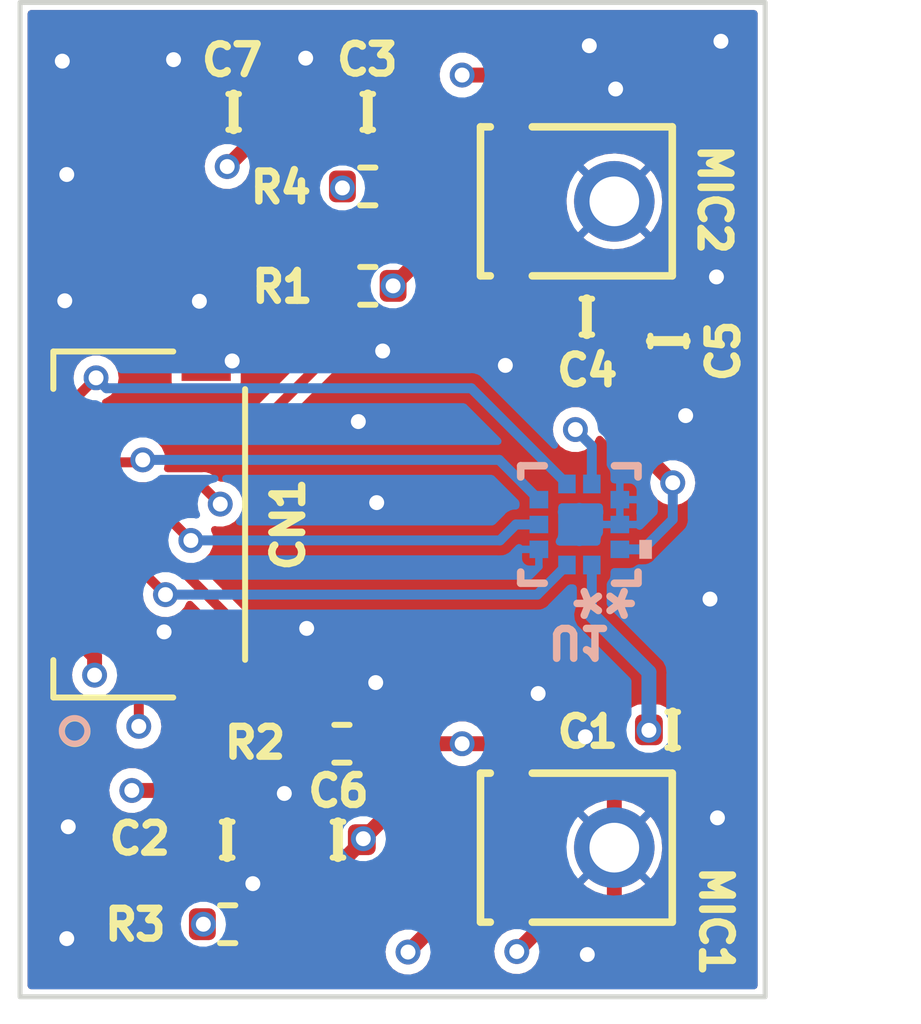
<source format=kicad_pcb>
(kicad_pcb (version 20211014) (generator pcbnew)
  (layers (0 "F.Cu" signal) (1 "In1.Cu" power) (2 "In2.Cu" power) (31 "B.Cu" signal) (34 "B.Paste" user) (35 "F.Paste" user) (36 "B.SilkS" user "B.Silkscreen") (37 "F.SilkS" user "F.Silkscreen") (38 "B.Mask" user) (39 "F.Mask" user) (44 "Edge.Cuts" user))
  (net 0 "")
  (net 1 "U_GND")
  (net 2 "VDD")
  (net 3 "/LPS_SCLK")
  (net 4 "/I2S_WS")
  (net 5 "/LPS_MISO")
  (net 6 "/I2S_SD")
  (net 7 "/LPS_MOSI")
  (net 8 "/I2S_CK")
  (net 9 "/LPS_CS")
  (net 10 "/LPS_INT")
  (net 11 "/MIC2_WS")
  (net 12 "/MIC2_CK")
  (net 13 "Net-(MIC1-Pad6)")
  (net 14 "Net-(MIC2-Pad6)")
  (footprint "User_library:503480-1000" (layer "F.Cu") (at 125.1 80.5 90)
    (fp_text reference "CN1" (at 0 2.8 90) (layer "F.SilkS") (effects (font (size 0.6 0.6))))
    (fp_text value "503480-1000")
    (fp_circle (center -4.15 -1.5034) (end -3.8922 -1.5) (layer "B.SilkS") (width 0.12) (fill none))
    (fp_line (start -3.4798 -1.9304) (end -3.4798 0.483615) (layer "F.SilkS") (width 0.12))
    (fp_line (start 3.4798 -1.9304) (end 2.72739 -1.9304) (layer "F.SilkS") (width 0.12))
    (fp_line (start -2.721821 1.9304) (end 2.721821 1.9304) (layer "F.SilkS") (width 0.12))
    (fp_line (start 3.4798 0.483615) (end 3.4798 -1.9304) (layer "F.SilkS") (width 0.12))
    (fp_line (start -2.72739 -1.9304) (end -3.4798 -1.9304) (layer "F.SilkS") (width 0.12))
    (fp_circle (center -4.1578 -1.5) (end -3.9 -1.5) (layer "F.SilkS") (width 0.12) (fill none))
    (pad "1" smd rect locked (at -2.250001 -1.5034 90) (size 0.3048 0.7112) (layers "F.Cu" "F.Paste" "F.Mask") (net 2 "VDD"))
    (pad "2" smd rect locked (at -1.749999 -1.5034 90) (size 0.3048 0.7112) (layers "F.Cu" "F.Paste" "F.Mask") (net 10 "/LPS_INT"))
    (pad "3" smd rect locked (at -1.25 -1.5034 90) (size 0.3048 0.7112) (layers "F.Cu" "F.Paste" "F.Mask") (net 1 "U_GND"))
    (pad "4" smd rect locked (at -0.750001 -1.5034 90) (size 0.3048 0.7112) (layers "F.Cu" "F.Paste" "F.Mask") (net 3 "/LPS_SCLK"))
    (pad "5" smd rect locked (at -0.25 -1.5034 90) (size 0.3048 0.7112) (layers "F.Cu" "F.Paste" "F.Mask") (net 8 "/I2S_CK"))
    (pad "6" smd rect locked (at 0.25 -1.5034 90) (size 0.3048 0.7112) (layers "F.Cu" "F.Paste" "F.Mask") (net 7 "/LPS_MOSI"))
    (pad "7" smd rect locked (at 0.750001 -1.5034 90) (size 0.3048 0.7112) (layers "F.Cu" "F.Paste" "F.Mask") (net 6 "/I2S_SD"))
    (pad "8" smd rect locked (at 1.25 -1.5034 90) (size 0.3048 0.7112) (layers "F.Cu" "F.Paste" "F.Mask") (net 5 "/LPS_MISO"))
    (pad "9" smd rect locked (at 1.749999 -1.5034 90) (size 0.3048 0.7112) (layers "F.Cu" "F.Paste" "F.Mask") (net 4 "/I2S_WS"))
    (pad "10" smd rect locked (at 2.250001 -1.5034 90) (size 0.3048 0.7112) (layers "F.Cu" "F.Paste" "F.Mask") (net 9 "/LPS_CS"))
    (pad "11" smd rect locked (at -3.040002 1.1466 90) (size 0.3048 0.9906) (layers "F.Cu" "F.Paste" "F.Mask"))
    (pad "12" smd rect locked (at 3.040002 1.1466 90) (size 0.3048 0.9906) (layers "F.Cu" "F.Paste" "F.Mask"))
  )
  (footprint "Resistor_SMD:R_0402_1005Metric" (layer "F.Cu") (at 126.68 88.54)
    (fp_text reference "R3" (at -1.86 0.01) (layer "F.SilkS") (effects (font (size 0.6 0.6))))
    (fp_text value "51")
    (fp_line (start -0.153641 -0.38) (end 0.153641 -0.38) (layer "F.SilkS") (width 0.12))
    (fp_line (start -0.153641 0.38) (end 0.153641 0.38) (layer "F.SilkS") (width 0.12))
    (pad "1" smd roundrect (at -0.51 0) (size 0.54 0.64) (layers "F.Cu" "F.Paste" "F.Mask") (net 6 "/I2S_SD"))
    (pad "2" smd roundrect (at 0.51 0) (size 0.54 0.64) (layers "F.Cu" "F.Paste" "F.Mask") (net 13 "Net-(MIC1-Pad6)"))
  )
  (footprint "User_library:UL_C_0402_1005Metric" (layer "F.Cu") (at 133.91 76.32 180)
    (fp_text reference "C4" (at -0.01 -1.08) (layer "F.SilkS") (effects (font (size 0.6 0.6))))
    (fp_text value "10u")
    (fp_line (start -0.107836 -0.36) (end 0.107836 -0.36) (layer "F.SilkS") (width 0.12))
    (fp_line (start 0 -0.35) (end 0 0.35) (layer "F.SilkS") (width 0.2))
    (fp_line (start -0.107836 0.36) (end 0.107836 0.36) (layer "F.SilkS") (width 0.12))
    (pad "1" smd roundrect locked (at -0.48 0 180) (size 0.56 0.62) (layers "F.Cu" "F.Paste" "F.Mask") (net 2 "VDD"))
    (pad "2" smd roundrect locked (at 0.48 0 180) (size 0.56 0.62) (layers "F.Cu" "F.Paste" "F.Mask") (net 1 "U_GND"))
  )
  (footprint "Resistor_SMD:R_0402_1005Metric" (layer "F.Cu") (at 129.5 75.7 180)
    (fp_text reference "R1" (at 1.72 -0.02) (layer "F.SilkS") (effects (font (size 0.6 0.6))))
    (fp_text value "51")
    (fp_line (start -0.153641 -0.38) (end 0.153641 -0.38) (layer "F.SilkS") (width 0.12))
    (fp_line (start -0.153641 0.38) (end 0.153641 0.38) (layer "F.SilkS") (width 0.12))
    (pad "1" smd roundrect (at -0.51 0 180) (size 0.54 0.64) (layers "F.Cu" "F.Paste" "F.Mask") (net 11 "/MIC2_WS"))
    (pad "2" smd roundrect (at 0.51 0 180) (size 0.54 0.64) (layers "F.Cu" "F.Paste" "F.Mask") (net 4 "/I2S_WS"))
  )
  (footprint "User_library:SPH0645LM4H-B_KNO" (layer "F.Cu") (at 133.7 74 180)
    (fp_text reference "MIC2" (at -2.78 0.04 270 unlocked) (layer "F.SilkS") (effects (font (size 0.6 0.6))))
    (fp_text value "SPH0645LM4H-B")
    (fp_line (start 1.9304 -1.4986) (end 1.733407 -1.4986) (layer "F.SilkS") (width 0.1524))
    (fp_line (start -1.9304 1.4986) (end 0.887613 1.4986) (layer "F.SilkS") (width 0.1524))
    (fp_line (start 1.9304 1.4986) (end 1.9304 -1.4986) (layer "F.SilkS") (width 0.1524))
    (fp_line (start 1.733407 1.4986) (end 1.9304 1.4986) (layer "F.SilkS") (width 0.1524))
    (fp_line (start 0.887613 -1.4986) (end -1.9304 -1.4986) (layer "F.SilkS") (width 0.1524))
    (fp_line (start -1.9304 -1.4986) (end -1.9304 1.4986) (layer "F.SilkS") (width 0.1524))
    (pad "1" smd rect (at 1.31051 -0.9 180) (size 0.5334 0.6096) (layers "F.Cu" "F.Paste" "F.Mask") (net 11 "/MIC2_WS"))
    (pad "2" smd rect (at 0.4886 -0.889 180) (size 0.5334 0.6096) (layers "F.Cu" "F.Paste" "F.Mask") (net 1 "U_GND"))
    (pad "3" thru_hole circle (at -0.7635 0 180) (size 1.62 1.62) (drill 1) (layers *.Cu *.Mask) (net 1 "U_GND"))
    (pad "4" smd rect (at 0.4886 0.889 180) (size 0.5334 0.6096) (layers "F.Cu" "F.Paste" "F.Mask") (net 12 "/MIC2_CK"))
    (pad "5" smd rect (at 1.31051 0.9 180) (size 0.5334 0.6096) (layers "F.Cu" "F.Paste" "F.Mask") (net 2 "VDD"))
    (pad "6" smd rect (at 1.31051 0 180) (size 0.5334 0.6096) (layers "F.Cu" "F.Paste" "F.Mask") (net 14 "Net-(MIC2-Pad6)"))
  )
  (footprint "Resistor_SMD:R_0402_1005Metric" (layer "F.Cu") (at 128.98 84.91 180)
    (fp_text reference "R2" (at 1.75 0.02) (layer "F.SilkS") (effects (font (size 0.6 0.6))))
    (fp_text value "51")
    (fp_line (start -0.153641 -0.38) (end 0.153641 -0.38) (layer "F.SilkS") (width 0.12))
    (fp_line (start -0.153641 0.38) (end 0.153641 0.38) (layer "F.SilkS") (width 0.12))
    (pad "1" smd roundrect (at -0.51 0 180) (size 0.54 0.64) (layers "F.Cu" "F.Paste" "F.Mask") (net 12 "/MIC2_CK"))
    (pad "2" smd roundrect (at 0.51 0 180) (size 0.54 0.64) (layers "F.Cu" "F.Paste" "F.Mask") (net 8 "/I2S_CK"))
  )
  (footprint "User_library:UL_C_0402_1005Metric" (layer "F.Cu") (at 135.64 84.63 180)
    (fp_text reference "C1" (at 1.71 -0.04) (layer "F.SilkS") (effects (font (size 0.6 0.6))))
    (fp_text value "100n")
    (fp_line (start 0 -0.35) (end 0 0.35) (layer "F.SilkS") (width 0.2))
    (fp_line (start -0.107836 -0.36) (end 0.107836 -0.36) (layer "F.SilkS") (width 0.12))
    (fp_line (start -0.107836 0.36) (end 0.107836 0.36) (layer "F.SilkS") (width 0.12))
    (pad "1" smd roundrect locked (at -0.48 0 180) (size 0.56 0.62) (layers "F.Cu" "F.Paste" "F.Mask") (net 1 "U_GND"))
    (pad "2" smd roundrect locked (at 0.48 0 180) (size 0.56 0.62) (layers "F.Cu" "F.Paste" "F.Mask") (net 2 "VDD"))
  )
  (footprint "User_library:UL_C_0402_1005Metric" (layer "F.Cu") (at 135.55 76.81 -90)
    (fp_text reference "C5" (at 0.2 -1.11 90) (layer "F.SilkS") (effects (font (size 0.6 0.6))))
    (fp_text value "100n")
    (fp_line (start -0.107836 0.36) (end 0.107836 0.36) (layer "F.SilkS") (width 0.12))
    (fp_line (start -0.107836 -0.36) (end 0.107836 -0.36) (layer "F.SilkS") (width 0.12))
    (fp_line (start 0 -0.35) (end 0 0.35) (layer "F.SilkS") (width 0.2))
    (pad "1" smd roundrect locked (at -0.48 0 270) (size 0.56 0.62) (layers "F.Cu" "F.Paste" "F.Mask") (net 2 "VDD"))
    (pad "2" smd roundrect locked (at 0.48 0 270) (size 0.56 0.62) (layers "F.Cu" "F.Paste" "F.Mask") (net 1 "U_GND"))
  )
  (footprint "User_library:SPH0645LM4H-B_KNO" (layer "F.Cu") (at 133.7 87 180)
    (fp_text reference "MIC1" (at -2.81 -1.48 270 unlocked) (layer "F.SilkS") (effects (font (size 0.6 0.6))))
    (fp_text value "SPH0645LM4H-B")
    (fp_line (start 1.733407 1.4986) (end 1.9304 1.4986) (layer "F.SilkS") (width 0.1524))
    (fp_line (start 1.9304 1.4986) (end 1.9304 -1.4986) (layer "F.SilkS") (width 0.1524))
    (fp_line (start 0.887613 -1.4986) (end -1.9304 -1.4986) (layer "F.SilkS") (width 0.1524))
    (fp_line (start 1.9304 -1.4986) (end 1.733407 -1.4986) (layer "F.SilkS") (width 0.1524))
    (fp_line (start -1.9304 -1.4986) (end -1.9304 1.4986) (layer "F.SilkS") (width 0.1524))
    (fp_line (start -1.9304 1.4986) (end 0.887613 1.4986) (layer "F.SilkS") (width 0.1524))
    (pad "1" smd rect (at 1.31051 -0.9 180) (size 0.5334 0.6096) (layers "F.Cu" "F.Paste" "F.Mask") (net 11 "/MIC2_WS"))
    (pad "2" smd rect (at 0.4886 -0.889 180) (size 0.5334 0.6096) (layers "F.Cu" "F.Paste" "F.Mask") (net 2 "VDD"))
    (pad "3" thru_hole circle (at -0.7635 0 180) (size 1.62 1.62) (drill 1) (layers *.Cu *.Mask) (net 1 "U_GND"))
    (pad "4" smd rect (at 0.4886 0.889 180) (size 0.5334 0.6096) (layers "F.Cu" "F.Paste" "F.Mask") (net 12 "/MIC2_CK"))
    (pad "5" smd rect (at 1.31051 0.9 180) (size 0.5334 0.6096) (layers "F.Cu" "F.Paste" "F.Mask") (net 2 "VDD"))
    (pad "6" smd rect (at 1.31051 0 180) (size 0.5334 0.6096) (layers "F.Cu" "F.Paste" "F.Mask") (net 13 "Net-(MIC1-Pad6)"))
  )
  (footprint "User_library:UL_C_0402_1005Metric" (layer "F.Cu") (at 126.67 86.84 180)
    (fp_text reference "C2" (at 1.76 0.02) (layer "F.SilkS") (effects (font (size 0.6 0.6))))
    (fp_text value "1u")
    (fp_line (start 0 -0.35) (end 0 0.35) (layer "F.SilkS") (width 0.2))
    (fp_line (start -0.107836 0.36) (end 0.107836 0.36) (layer "F.SilkS") (width 0.12))
    (fp_line (start -0.107836 -0.36) (end 0.107836 -0.36) (layer "F.SilkS") (width 0.12))
    (pad "1" smd roundrect locked (at -0.48 0 180) (size 0.56 0.62) (layers "F.Cu" "F.Paste" "F.Mask") (net 2 "VDD"))
    (pad "2" smd roundrect locked (at 0.48 0 180) (size 0.56 0.62) (layers "F.Cu" "F.Paste" "F.Mask") (net 1 "U_GND"))
  )
  (footprint "User_library:UL_C_0402_1005Metric" (layer "F.Cu") (at 126.8 72.2 180)
    (fp_text reference "C7" (at 0.03 1.04) (layer "F.SilkS") (effects (font (size 0.6 0.6))))
    (fp_text value "1u")
    (fp_line (start 0 -0.35) (end 0 0.35) (layer "F.SilkS") (width 0.2))
    (fp_line (start -0.107836 0.36) (end 0.107836 0.36) (layer "F.SilkS") (width 0.12))
    (fp_line (start -0.107836 -0.36) (end 0.107836 -0.36) (layer "F.SilkS") (width 0.12))
    (pad "1" smd roundrect locked (at -0.48 0 180) (size 0.56 0.62) (layers "F.Cu" "F.Paste" "F.Mask") (net 2 "VDD"))
    (pad "2" smd roundrect locked (at 0.48 0 180) (size 0.56 0.62) (layers "F.Cu" "F.Paste" "F.Mask") (net 1 "U_GND"))
  )
  (footprint "Resistor_SMD:R_0402_1005Metric" (layer "F.Cu") (at 129.5 73.7)
    (fp_text reference "R4" (at -1.75 0.02) (layer "F.SilkS") (effects (font (size 0.6 0.6))))
    (fp_text value "51")
    (fp_line (start -0.153641 0.38) (end 0.153641 0.38) (layer "F.SilkS") (width 0.12))
    (fp_line (start -0.153641 -0.38) (end 0.153641 -0.38) (layer "F.SilkS") (width 0.12))
    (pad "1" smd roundrect (at -0.51 0) (size 0.54 0.64) (layers "F.Cu" "F.Paste" "F.Mask") (net 6 "/I2S_SD"))
    (pad "2" smd roundrect (at 0.51 0) (size 0.54 0.64) (layers "F.Cu" "F.Paste" "F.Mask") (net 14 "Net-(MIC2-Pad6)"))
  )
  (footprint "User_library:UL_C_0402_1005Metric" (layer "F.Cu") (at 128.9 86.84)
    (fp_text reference "C6" (at 0.01 -0.98) (layer "F.SilkS") (effects (font (size 0.6 0.6))))
    (fp_text value "200p")
    (fp_line (start 0 -0.35) (end 0 0.35) (layer "F.SilkS") (width 0.2))
    (fp_line (start -0.107836 0.36) (end 0.107836 0.36) (layer "F.SilkS") (width 0.12))
    (fp_line (start -0.107836 -0.36) (end 0.107836 -0.36) (layer "F.SilkS") (width 0.12))
    (pad "1" smd roundrect locked (at -0.48 0) (size 0.56 0.62) (layers "F.Cu" "F.Paste" "F.Mask") (net 1 "U_GND"))
    (pad "2" smd roundrect locked (at 0.48 0) (size 0.56 0.62) (layers "F.Cu" "F.Paste" "F.Mask") (net 2 "VDD"))
  )
  (footprint "User_library:UL_C_0402_1005Metric" (layer "F.Cu") (at 129.5 72.2)
    (fp_text reference "C3" (at -0.01 -1.05) (layer "F.SilkS") (effects (font (size 0.6 0.6))))
    (fp_text value "200p")
    (fp_line (start 0 -0.35) (end 0 0.35) (layer "F.SilkS") (width 0.2))
    (fp_line (start -0.107836 -0.36) (end 0.107836 -0.36) (layer "F.SilkS") (width 0.12))
    (fp_line (start -0.107836 0.36) (end 0.107836 0.36) (layer "F.SilkS") (width 0.12))
    (pad "1" smd roundrect locked (at -0.48 0) (size 0.56 0.62) (layers "F.Cu" "F.Paste" "F.Mask") (net 1 "U_GND"))
    (pad "2" smd roundrect locked (at 0.48 0) (size 0.56 0.62) (layers "F.Cu" "F.Paste" "F.Mask") (net 2 "VDD"))
  )
  (footprint "User_library:HLGA-10L_2X2X0P73_STM" (layer "B.Cu") (at 133.76 80.5 90)
    (fp_text reference "U1" (at -2.36 0 180 unlocked) (layer "B.SilkS") (effects (font (size 0.6 0.6)) (justify mirror)))
    (fp_text value "LPS22HHTR")
    (fp_text user "*" (at -1.5875 0.5 90) (layer "B.SilkS") (effects (justify mirror)))
    (fp_text user "*" (at -1.5875 0.5 270 unlocked) (layer "B.SilkS") (effects (justify mirror)))
    (fp_line (start -1.1811 -1.1811) (end -0.957045 -1.1811) (layer "B.SilkS") (width 0.1524))
    (fp_line (start 1.1811 1.1811) (end 0.957045 1.1811) (layer "B.SilkS") (width 0.1524))
    (fp_line (start -1.1811 -0.707046) (end -1.1811 -1.1811) (layer "B.SilkS") (width 0.1524))
    (fp_line (start -0.957045 1.1811) (end -1.1811 1.1811) (layer "B.SilkS") (width 0.1524))
    (fp_line (start 0.957045 -1.1811) (end 1.1811 -1.1811) (layer "B.SilkS") (width 0.1524))
    (fp_line (start 1.1811 0.707046) (end 1.1811 1.1811) (layer "B.SilkS") (width 0.1524))
    (fp_line (start 1.1811 -1.1811) (end 1.1811 -0.707046) (layer "B.SilkS") (width 0.1524))
    (fp_line (start -1.1811 1.1811) (end -1.1811 0.707046) (layer "B.SilkS") (width 0.1524))
    (fp_poly (pts (xy -0.690499 1.2065) (xy -0.690499 1.4605) (xy -0.309499 1.4605) (xy -0.309499 1.2065)) (layer "B.SilkS") (width 0) (fill solid))
    (pad "1" smd rect (at -0.815 0.25) (size 0.351536 0.376682) (layers "B.Cu" "B.Paste" "B.Mask") (net 2 "VDD"))
    (pad "2" smd rect (at -0.815 -0.25) (size 0.351536 0.376682) (layers "B.Cu" "B.Paste" "B.Mask") (net 3 "/LPS_SCLK"))
    (pad "3" smd rect (at -0.499999 -0.815 90) (size 0.351536 0.376682) (layers "B.Cu" "B.Paste" "B.Mask") (net 1 "U_GND"))
    (pad "4" smd rect (at 0 -0.815 90) (size 0.351536 0.376682) (layers "B.Cu" "B.Paste" "B.Mask") (net 7 "/LPS_MOSI"))
    (pad "5" smd rect (at 0.499999 -0.815 90) (size 0.351536 0.376682) (layers "B.Cu" "B.Paste" "B.Mask") (net 5 "/LPS_MISO"))
    (pad "6" smd rect (at 0.815 -0.25) (size 0.351536 0.376682) (layers "B.Cu" "B.Paste" "B.Mask") (net 9 "/LPS_CS"))
    (pad "7" smd rect (at 0.815 0.25) (size 0.351536 0.376682) (layers "B.Cu" "B.Paste" "B.Mask") (net 10 "/LPS_INT"))
    (pad "8" smd rect (at 0.499999 0.815 90) (size 0.351536 0.376682) (layers "B.Cu" "B.Paste" "B.Mask") (net 1 "U_GND"))
    (pad "9" smd rect (at 0 0.815 90) (size 0.351536 0.376682) (layers "B.Cu" "B.Paste" "B.Mask") (net 1 "U_GND"))
    (pad "10" smd rect (at -0.499999 0.815 90) (size 0.351536 0.376682) (layers "B.Cu" "B.Paste" "B.Mask") (net 2 "VDD"))
  )
  (gr_rect (start 122.5 70) (end 137.5 90) (layer "Edge.Cuts") (width 0.1) (fill none))
  (segment (start 129.02 72.2) (end 128.25 71.43) (width 0.3) (layer "F.Cu") (net 1))
  (segment (start 128.25 71.43) (end 128.25 71.12) (width 0.3) (layer "F.Cu") (net 1))
  (segment (start 136.12 84.63) (end 136.54 85.05) (width 0.25) (layer "F.Cu") (net 1))
  (segment (start 133.25 76.32) (end 132.27 77.3) (width 0.3) (layer "F.Cu") (net 1))
  (segment (start 133.2114 74.889) (end 133.2114 75.348612) (width 0.3) (layer "F.Cu") (net 1))
  (segment (start 133.92 89.15) (end 134.4635 88.6065) (width 0.3) (layer "F.Cu") (net 1))
  (segment (start 133.43 76.32) (end 133.25 76.32) (width 0.3) (layer "F.Cu") (net 1))
  (segment (start 131.550012 77.01) (end 129.8 77.01) (width 0.3) (layer "F.Cu") (net 1))
  (segment (start 125.59 71.15) (end 125.59 71.47) (width 0.3) (layer "F.Cu") (net 1))
  (segment (start 126.19 86.882285) (end 126.19 86.84) (width 0.3) (layer "F.Cu") (net 1))
  (segment (start 125.59 71.47) (end 126.32 72.2) (width 0.3) (layer "F.Cu") (net 1))
  (segment (start 124.49 81.75) (end 123.5966 81.75) (width 0.2) (layer "F.Cu") (net 1))
  (segment (start 128.42 86.84) (end 128.42 86.51) (width 0.3) (layer "F.Cu") (net 1))
  (segment (start 136.54 85.05) (end 136.54 86.4) (width 0.25) (layer "F.Cu") (net 1))
  (segment (start 127.186089 87.723911) (end 127.031626 87.723911) (width 0.3) (layer "F.Cu") (net 1))
  (segment (start 136.54 86.4) (end 136.49 86.35) (width 0.2) (layer "F.Cu") (net 1))
  (segment (start 127.031626 87.723911) (end 126.19 86.882285) (width 0.3) (layer "F.Cu") (net 1))
  (segment (start 134.4635 88.6065) (end 134.4635 87) (width 0.3) (layer "F.Cu") (net 1))
  (segment (start 128.42 86.51) (end 127.82 85.91) (width 0.3) (layer "F.Cu") (net 1))
  (segment (start 135.9 78.31) (end 135.55 77.96) (width 0.3) (layer "F.Cu") (net 1))
  (segment (start 134.4635 85.3535) (end 133.88 84.77) (width 0.3) (layer "F.Cu") (net 1))
  (segment (start 135.55 77.96) (end 135.55 77.29) (width 0.3) (layer "F.Cu") (net 1))
  (segment (start 133.2114 75.348612) (end 131.550012 77.01) (width 0.3) (layer "F.Cu") (net 1))
  (segment (start 125.4 82.66) (end 124.49 81.75) (width 0.2) (layer "F.Cu") (net 1))
  (segment (start 134.4635 87) (end 134.4635 85.3535) (width 0.3) (layer "F.Cu") (net 1))
  (via (at 123.35 71.18) (size 0.5) (drill 0.3) (layers "F.Cu" "B.Cu") (net 1))
  (via (at 123.4 76) (size 0.5) (drill 0.3) (layers "F.Cu" "B.Cu") (net 1))
  (via (at 123.44 88.83) (size 0.5) (drill 0.3) (layers "F.Cu" "B.Cu") (net 1))
  (via (at 129.66 83.68) (size 0.5) (drill 0.3) (layers "F.Cu" "B.Cu") (net 1))
  (via (at 128.25 71.12) (size 0.5) (drill 0.3) (layers "F.Cu" "B.Cu") (net 1))
  (via (at 129.8 77.01) (size 0.5) (drill 0.3) (layers "F.Cu" "B.Cu") (net 1))
  (via (at 133.96 70.87) (size 0.5) (drill 0.3) (layers "F.Cu" "B.Cu") (net 1))
  (via (at 125.4 82.66) (size 0.5) (drill 0.3) (layers "F.Cu" "B.Cu") (net 1))
  (via (at 127.186089 87.723911) (size 0.5) (drill 0.3) (layers "F.Cu" "B.Cu") (net 1))
  (via (at 123.44 73.46) (size 0.5) (drill 0.3) (layers "F.Cu" "B.Cu") (net 1))
  (via (at 126.77 77.21) (size 0.5) (drill 0.3) (layers "F.Cu" "B.Cu") (net 1))
  (via (at 133.88 84.77) (size 0.5) (drill 0.3) (layers "F.Cu" "B.Cu") (net 1))
  (via (at 127.82 85.91) (size 0.5) (drill 0.3) (layers "F.Cu" "B.Cu") (net 1))
  (via (at 132.93 83.9) (size 0.5) (drill 0.3) (layers "F.Cu" "B.Cu") (net 1))
  (via (at 136.52 75.52) (size 0.5) (drill 0.3) (layers "F.Cu" "B.Cu") (net 1))
  (via (at 132.27 77.3) (size 0.5) (drill 0.3) (layers "F.Cu" "B.Cu") (net 1))
  (via (at 134.49 71.74) (size 0.5) (drill 0.3) (layers "F.Cu" "B.Cu") (net 1))
  (via (at 126.11 76.01) (size 0.5) (drill 0.3) (layers "F.Cu" "B.Cu") (net 1))
  (via (at 133.92 89.15) (size 0.5) (drill 0.3) (layers "F.Cu" "B.Cu") (net 1))
  (via (at 128.27 82.59) (size 0.5) (drill 0.3) (layers "F.Cu" "B.Cu") (net 1))
  (via (at 129.68 80.06) (size 0.5) (drill 0.3) (layers "F.Cu" "B.Cu") (net 1))
  (via (at 136.61 70.78) (size 0.5) (drill 0.3) (layers "F.Cu" "B.Cu") (net 1))
  (via (at 125.59 71.15) (size 0.5) (drill 0.3) (layers "F.Cu" "B.Cu") (net 1))
  (via (at 135.9 78.31) (size 0.5) (drill 0.3) (layers "F.Cu" "B.Cu") (net 1))
  (via (at 136.39 82) (size 0.5) (drill 0.3) (layers "F.Cu" "B.Cu") (net 1))
  (via (at 123.47 86.58) (size 0.5) (drill 0.3) (layers "F.Cu" "B.Cu") (net 1))
  (via (at 136.54 86.4) (size 0.5) (drill 0.3) (layers "F.Cu" "B.Cu") (net 1))
  (via (at 129.31 78.43) (size 0.5) (drill 0.3) (layers "F.Cu" "B.Cu") (net 1))
  (segment (start 129.98 72.242285) (end 129.98 72.2) (width 0.3) (layer "F.Cu") (net 2))
  (segment (start 124 83.53) (end 124 83.153401) (width 0.3) (layer "F.Cu") (net 2))
  (segment (start 127.28 72.69) (end 127.28 72.2) (width 0.3) (layer "F.Cu") (net 2))
  (segment (start 134.39 76.32) (end 135.54 76.32) (width 0.3) (layer "F.Cu") (net 2))
  (segment (start 129.98 72.2) (end 129.98 72.157715) (width 0.3) (layer "F.Cu") (net 2))
  (segment (start 129.262285 72.96) (end 129.98 72.242285) (width 0.3) (layer "F.Cu") (net 2))
  (segment (start 127.28 72.2) (end 127.28 72.21) (width 0.3) (layer "F.Cu") (net 2))
  (segment (start 127.28 72.2) (end 128.04 72.96) (width 0.3) (layer "F.Cu") (net 2))
  (segment (start 124 83.153401) (end 123.598509 82.75191) (width 0.3) (layer "F.Cu") (net 2))
  (segment (start 135.54 76.32) (end 135.55 76.33) (width 0.3) (layer "F.Cu") (net 2))
  (segment (start 126.202285 85.85) (end 124.75 85.85) (width 0.3) (layer "F.Cu") (net 2))
  (segment (start 131.48949 72.2) (end 132.38949 73.1) (width 0.3) (layer "F.Cu") (net 2))
  (segment (start 127.87 87.56) (end 128.702285 87.56) (width 0.3) (layer "F.Cu") (net 2))
  (segment (start 127.15 86.84) (end 127.15 86.797715) (width 0.3) (layer "F.Cu") (net 2))
  (segment (start 123.598509 82.75191) (end 123.5966 82.75191) (width 0.3) (layer "F.Cu") (net 2))
  (segment (start 134.39 76.32) (end 134.39 78.41) (width 0.3) (layer "F.Cu") (net 2))
  (segment (start 133.2114 88.3786) (end 133.2114 87.889) (width 0.3) (layer "F.Cu") (net 2))
  (segment (start 126.67 73.3) (end 127.28 72.69) (width 0.3) (layer "F.Cu") (net 2))
  (segment (start 128.04 72.96) (end 129.262285 72.96) (width 0.3) (layer "F.Cu") (net 2))
  (segment (start 135.64 79.66) (end 135.65 79.65) (width 0.3) (layer "F.Cu") (net 2))
  (segment (start 127.15 86.797715) (end 126.202285 85.85) (width 0.3) (layer "F.Cu") (net 2))
  (segment (start 132.5 89.09) (end 133.2114 88.3786) (width 0.3) (layer "F.Cu") (net 2))
  (segment (start 129.38 86.882285) (end 129.38 86.84) (width 0.3) (layer "F.Cu") (net 2))
  (segment (start 129.41 86.82) (end 130.13 86.1) (width 0.3) (layer "F.Cu") (net 2))
  (segment (start 130.13 86.1) (end 132.38949 86.1) (width 0.3) (layer "F.Cu") (net 2))
  (segment (start 127.15 86.84) (end 127.87 87.56) (width 0.3) (layer "F.Cu") (net 2))
  (segment (start 128.702285 87.56) (end 129.38 86.882285) (width 0.3) (layer "F.Cu") (net 2))
  (segment (start 129.98 72.2) (end 131.48949 72.2) (width 0.3) (layer "F.Cu") (net 2))
  (segment (start 134.39 78.41) (end 135.64 79.66) (width 0.3) (layer "F.Cu") (net 2))
  (segment (start 135.68 79.62) (end 135.64 79.66) (width 0.3) (layer "F.Cu") (net 2))
  (via (at 135.64 79.66) (size 0.5) (drill 0.3) (layers "F.Cu" "B.Cu") (net 2))
  (via (at 124.75 85.85) (size 0.5) (drill 0.3) (layers "F.Cu" "B.Cu") (net 2))
  (via (at 129.41 86.82) (size 0.5) (drill 0.3) (layers "F.Cu" "B.Cu") (net 2))
  (via (at 132.5 89.09) (size 0.5) (drill 0.3) (layers "F.Cu" "B.Cu") (net 2))
  (via (at 124 83.53) (size 0.5) (drill 0.3) (layers "F.Cu" "B.Cu") (net 2))
  (via (at 135.16 84.64) (size 0.5) (drill 0.3) (layers "F.Cu" "B.Cu") (net 2))
  (via (at 126.67 73.3) (size 0.5) (drill 0.3) (layers "F.Cu" "B.Cu") (net 2))
  (segment (start 135.64 80.398131) (end 135.038132 80.999999) (width 0.2) (layer "B.Cu") (net 2))
  (segment (start 135.16 83.47) (end 134.01 82.32) (width 0.3) (layer "B.Cu") (net 2))
  (segment (start 135.038132 80.999999) (end 134.575 80.999999) (width 0.2) (layer "B.Cu") (net 2))
  (segment (start 135.16 84.64) (end 135.16 83.47) (width 0.3) (layer "B.Cu") (net 2))
  (segment (start 135.64 79.66) (end 135.64 80.398131) (width 0.2) (layer "B.Cu") (net 2))
  (segment (start 134.01 82.32) (end 134.01 81.315) (width 0.2) (layer "B.Cu") (net 2))
  (segment (start 124.767112 81.250001) (end 125.427531 81.91042) (width 0.2) (layer "F.Cu") (net 3))
  (segment (start 123.5966 81.250001) (end 124.767112 81.250001) (width 0.2) (layer "F.Cu") (net 3))
  (via (at 125.427531 81.91042) (size 0.5) (drill 0.3) (layers "F.Cu" "B.Cu") (net 3))
  (segment (start 133.51 81.315) (end 132.91458 81.91042) (width 0.2) (layer "B.Cu") (net 3))
  (segment (start 132.91458 81.91042) (end 125.427531 81.91042) (width 0.2) (layer "B.Cu") (net 3))
  (segment (start 124.319999 78.750001) (end 124.67 78.4) (width 0.2) (layer "F.Cu") (net 4))
  (segment (start 123.5966 78.750001) (end 124.319999 78.750001) (width 0.2) (layer "F.Cu") (net 4))
  (segment (start 124.67 78.4) (end 127.41 78.4) (width 0.2) (layer "F.Cu") (net 4))
  (segment (start 128.99 76.82) (end 128.99 75.7) (width 0.2) (layer "F.Cu") (net 4))
  (segment (start 127.41 78.4) (end 128.99 76.82) (width 0.2) (layer "F.Cu") (net 4))
  (segment (start 124.920499 79.25) (end 124.97 79.200499) (width 0.2) (layer "F.Cu") (net 5))
  (segment (start 123.5966 79.25) (end 124.920499 79.25) (width 0.2) (layer "F.Cu") (net 5))
  (via (at 124.97 79.200499) (size 0.5) (drill 0.3) (layers "F.Cu" "B.Cu") (net 5))
  (segment (start 132.945 80.000001) (end 132.145498 79.200499) (width 0.2) (layer "B.Cu") (net 5))
  (segment (start 132.145498 79.200499) (end 124.97 79.200499) (width 0.2) (layer "B.Cu") (net 5))
  (segment (start 126.53 80.09) (end 126.189999 79.749999) (width 0.2) (layer "F.Cu") (net 6))
  (segment (start 126.189999 79.749999) (end 123.5966 79.749999) (width 0.2) (layer "F.Cu") (net 6))
  (via (at 126.19 88.54) (size 0.5) (drill 0.3) (layers "F.Cu" "B.Cu") (net 6))
  (via (at 128.99 73.73) (size 0.5) (drill 0.3) (layers "F.Cu" "B.Cu") (net 6))
  (via (at 126.53 80.09) (size 0.5) (drill 0.3) (layers "F.Cu" "B.Cu") (net 6))
  (segment (start 125.938556 80.821444) (end 125.367112 80.25) (width 0.2) (layer "F.Cu") (net 7))
  (segment (start 125.367112 80.25) (end 123.5966 80.25) (width 0.2) (layer "F.Cu") (net 7))
  (via (at 125.938556 80.821444) (size 0.5) (drill 0.3) (layers "F.Cu" "B.Cu") (net 7))
  (segment (start 132.481868 80.5) (end 132.945 80.5) (width 0.2) (layer "B.Cu") (net 7))
  (segment (start 132.162357 80.819511) (end 132.481868 80.5) (width 0.2) (layer "B.Cu") (net 7))
  (segment (start 125.940489 80.819511) (end 132.162357 80.819511) (width 0.2) (layer "B.Cu") (net 7))
  (segment (start 125.938556 80.821444) (end 125.940489 80.819511) (width 0.2) (layer "B.Cu") (net 7))
  (segment (start 128.47 84.13) (end 125.09 80.75) (width 0.2) (layer "F.Cu") (net 8))
  (segment (start 125.09 80.75) (end 123.5966 80.75) (width 0.2) (layer "F.Cu") (net 8))
  (segment (start 128.47 84.91) (end 128.47 84.13) (width 0.2) (layer "F.Cu") (net 8))
  (segment (start 123.5966 77.9834) (end 124.03 77.55) (width 0.2) (layer "F.Cu") (net 9))
  (segment (start 123.5966 78.249999) (end 123.5966 77.9834) (width 0.2) (layer "F.Cu") (net 9))
  (via (at 124.03 77.55) (size 0.5) (drill 0.3) (layers "F.Cu" "B.Cu") (net 9))
  (segment (start 131.584511 77.759511) (end 124.239511 77.759511) (width 0.2) (layer "B.Cu") (net 9))
  (segment (start 133.51 79.685) (end 131.584511 77.759511) (width 0.2) (layer "B.Cu") (net 9))
  (segment (start 124.239511 77.759511) (end 124.03 77.55) (width 0.2) (layer "B.Cu") (net 9))
  (segment (start 123.5966 82.249999) (end 124.20362 82.249999) (width 0.2) (layer "F.Cu") (net 10))
  (segment (start 124.89 82.936379) (end 124.89 84.56) (width 0.2) (layer "F.Cu") (net 10))
  (segment (start 124.20362 82.249999) (end 124.89 82.936379) (width 0.2) (layer "F.Cu") (net 10))
  (via (at 133.68 78.59) (size 0.5) (drill 0.3) (layers "F.Cu" "B.Cu") (net 10))
  (via (at 124.89 84.56) (size 0.5) (drill 0.3) (layers "F.Cu" "B.Cu") (net 10))
  (segment (start 134.01 79.685) (end 134.01 78.92) (width 0.2) (layer "B.Cu") (net 10))
  (segment (start 134.01 78.92) (end 133.68 78.59) (width 0.2) (layer "B.Cu") (net 10))
  (segment (start 130.81 74.9) (end 130.01 75.7) (width 0.3) (layer "F.Cu") (net 11))
  (segment (start 130.31 89.1) (end 131.51 87.9) (width 0.3) (layer "F.Cu") (net 11))
  (segment (start 131.51 87.9) (end 132.38949 87.9) (width 0.3) (layer "F.Cu") (net 11))
  (segment (start 132.38949 74.9) (end 130.81 74.9) (width 0.3) (layer "F.Cu") (net 11))
  (via (at 130.31 89.1) (size 0.5) (drill 0.3) (layers "F.Cu" "B.Cu") (net 11))
  (via (at 130.01 75.7) (size 0.5) (drill 0.3) (layers "F.Cu" "B.Cu") (net 11))
  (segment (start 133.2114 72.1714) (end 133.2114 73.111) (width 0.3) (layer "F.Cu") (net 12))
  (segment (start 132.5 71.46) (end 133.2114 72.1714) (width 0.3) (layer "F.Cu") (net 12))
  (segment (start 131.4 71.46) (end 132.5 71.46) (width 0.3) (layer "F.Cu") (net 12))
  (segment (start 132.470012 84.91) (end 131.4 84.91) (width 0.3) (layer "F.Cu") (net 12))
  (segment (start 131.4 84.91) (end 129.49 84.91) (width 0.3) (layer "F.Cu") (net 12))
  (segment (start 133.2114 85.651388) (end 132.470012 84.91) (width 0.3) (layer "F.Cu") (net 12))
  (segment (start 133.2114 86.111) (end 133.2114 85.651388) (width 0.3) (layer "F.Cu") (net 12))
  (via (at 131.4 84.91) (size 0.5) (drill 0.3) (layers "F.Cu" "B.Cu") (net 12))
  (via (at 131.4 71.46) (size 0.5) (drill 0.3) (layers "F.Cu" "B.Cu") (net 12))
  (segment (start 129.529511 88.500489) (end 131.03 87) (width 0.3) (layer "F.Cu") (net 13))
  (segment (start 127.319511 88.500489) (end 129.529511 88.500489) (width 0.3) (layer "F.Cu") (net 13))
  (segment (start 131.03 87) (end 132.38949 87) (width 0.3) (layer "F.Cu") (net 13))
  (segment (start 132.38949 74) (end 130.31 74) (width 0.3) (layer "F.Cu") (net 14))
  (segment (start 130.31 74) (end 130.01 73.7) (width 0.3) (layer "F.Cu") (net 14))
  (zone (net 1) (net_name "U_GND") (layer "F.Cu") (connect_pads (clearance 0.15)) (min_thickness 0.15) (fill yes (thermal_gap 0.15) (thermal_bridge_width 0.15))
    (polygon (pts (xy 137.4 89.9) (xy 122.6 89.9) (xy 122.6 70.1) (xy 137.4 70.1)))
  )
  (zone (net 1) (net_name "U_GND") (layer "B.Cu") (connect_pads (clearance 0.15)) (min_thickness 0.15) (fill yes (thermal_gap 0.15) (thermal_bridge_width 0.15))
    (polygon (pts (xy 137.4 89.9) (xy 122.6 89.9) (xy 122.6 70.1) (xy 137.4 70.1)))
  )
)
</source>
